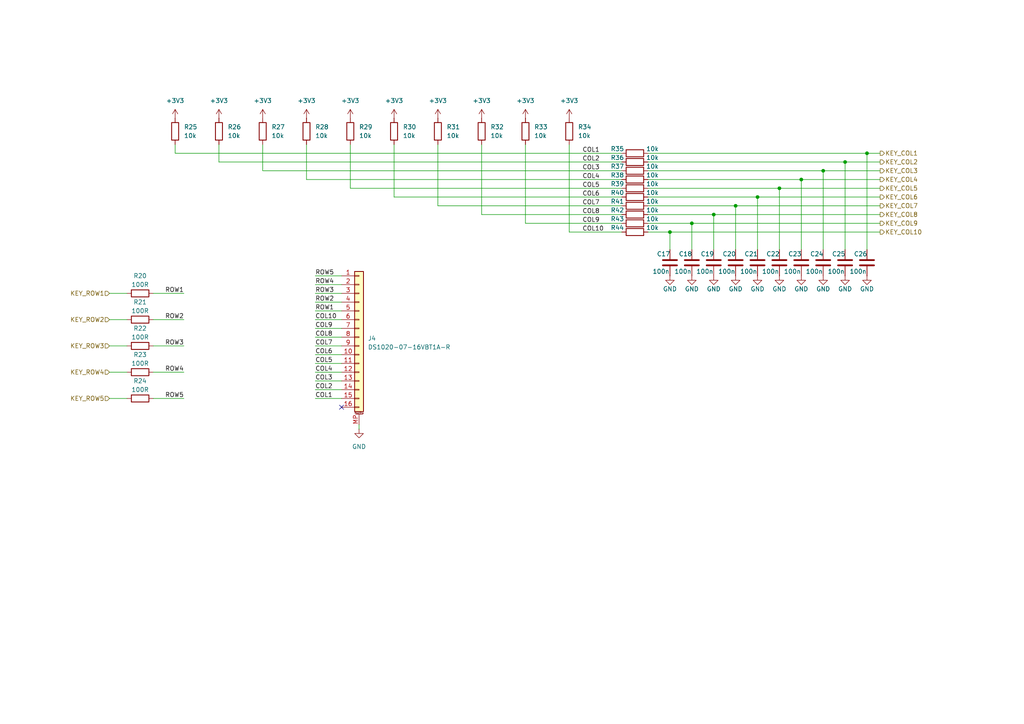
<source format=kicad_sch>
(kicad_sch (version 20250114) (generator "eeschema") (generator_version "9.0")
  (paper "A4")
  (title_block (title "EtherPointer mcu") (date "2025-02-15") (rev "RC1") (company "Bart's Design") (comment 1 "Bartosz Pracz"))
  (lib_symbols
    (symbol "Connector_Generic_MountingPin:Conn_01x16_MountingPin" (pin_names (offset 1.016) (hide yes))
      (property "Reference" "J" (at 0 20.32 0))
      (property "Value" "Conn_01x16_MountingPin" (at 1.27 -22.86 0))
      (symbol "Conn_01x16_MountingPin_1_1"
        (rectangle (start -1.27 19.05) (end 1.27 -21.59) (stroke (width 0.254)) (fill (type background)))
        (rectangle (start -1.27 17.907) (end 0 17.653) (stroke (width 0.1524)))
        (rectangle (start -1.27 15.367) (end 0 15.113) (stroke (width 0.1524)))
        (rectangle (start -1.27 12.827) (end 0 12.573) (stroke (width 0.1524)))
        (rectangle (start -1.27 10.287) (end 0 10.033) (stroke (width 0.1524)))
        (rectangle (start -1.27 7.747) (end 0 7.493) (stroke (width 0.1524)))
        (rectangle (start -1.27 5.207) (end 0 4.953) (stroke (width 0.1524)))
        (rectangle (start -1.27 2.667) (end 0 2.413) (stroke (width 0.1524)))
        (rectangle (start -1.27 0.127) (end 0 -0.127) (stroke (width 0.1524)))
        (rectangle (start -1.27 -2.413) (end 0 -2.667) (stroke (width 0.1524)))
        (rectangle (start -1.27 -4.953) (end 0 -5.207) (stroke (width 0.1524)))
        (rectangle (start -1.27 -7.493) (end 0 -7.747) (stroke (width 0.1524)))
        (rectangle (start -1.27 -10.033) (end 0 -10.287) (stroke (width 0.1524)))
        (rectangle (start -1.27 -12.573) (end 0 -12.827) (stroke (width 0.1524)))
        (rectangle (start -1.27 -15.113) (end 0 -15.367) (stroke (width 0.1524)))
        (rectangle (start -1.27 -17.653) (end 0 -17.907) (stroke (width 0.1524)))
        (rectangle (start -1.27 -20.193) (end 0 -20.447) (stroke (width 0.1524)))
        (polyline (pts (xy -1.016 -22.352) (xy 1.016 -22.352)) (stroke (width 0.1524)))
        (text "Mounting" (at 0 -21.971 0) (effects (font (size 0.381 0.381))))
        (pin passive line (at -5.08 17.78 0) (length 3.81) (name "Pin_1") (number "1"))
        (pin passive line (at -5.08 15.24 0) (length 3.81) (name "Pin_2") (number "2"))
        (pin passive line (at -5.08 12.7 0) (length 3.81) (name "Pin_3") (number "3"))
        (pin passive line (at -5.08 10.16 0) (length 3.81) (name "Pin_4") (number "4"))
        (pin passive line (at -5.08 7.62 0) (length 3.81) (name "Pin_5") (number "5"))
        (pin passive line (at -5.08 5.08 0) (length 3.81) (name "Pin_6") (number "6"))
        (pin passive line (at -5.08 2.54 0) (length 3.81) (name "Pin_7") (number "7"))
        (pin passive line (at -5.08 0 0) (length 3.81) (name "Pin_8") (number "8"))
        (pin passive line (at -5.08 -2.54 0) (length 3.81) (name "Pin_9") (number "9"))
        (pin passive line (at -5.08 -5.08 0) (length 3.81) (name "Pin_10") (number "10"))
        (pin passive line (at -5.08 -7.62 0) (length 3.81) (name "Pin_11") (number "11"))
        (pin passive line (at -5.08 -10.16 0) (length 3.81) (name "Pin_12") (number "12"))
        (pin passive line (at -5.08 -12.7 0) (length 3.81) (name "Pin_13") (number "13"))
        (pin passive line (at -5.08 -15.24 0) (length 3.81) (name "Pin_14") (number "14"))
        (pin passive line (at -5.08 -17.78 0) (length 3.81) (name "Pin_15") (number "15"))
        (pin passive line (at -5.08 -20.32 0) (length 3.81) (name "Pin_16") (number "16"))
        (pin passive line (at 0 -25.4 90) (length 3.048) (name "MountPin") (number "MP"))
      )
    )
    (symbol "Device:C" (pin_numbers (hide yes)) (pin_names (offset 0.254))
      (property "Reference" "C" (at 0.635 2.54 0))
      (property "Value" "C" (at 0.635 -2.54 0))
      (symbol "C_0_1"
        (polyline (pts (xy -2.032 0.762) (xy 2.032 0.762)) (stroke (width 0.508)))
        (polyline (pts (xy -2.032 -0.762) (xy 2.032 -0.762)) (stroke (width 0.508)))
      )
      (symbol "C_1_1"
        (pin passive line (at 0 3.81 270) (length 2.794) (name "~") (number "1"))
        (pin passive line (at 0 -3.81 90) (length 2.794) (name "~") (number "2"))
      )
    )
    (symbol "Device:R" (pin_numbers (hide yes)) (pin_names (offset 0))
      (property "Reference" "R" (at 2.032 0 90))
      (property "Value" "R" (at 0 0 90))
      (symbol "R_0_1"
        (rectangle (start -1.016 -2.54) (end 1.016 2.54) (stroke (width 0.254)))
      )
      (symbol "R_1_1"
        (pin passive line (at 0 3.81 270) (length 1.27) (name "~") (number "1"))
        (pin passive line (at 0 -3.81 90) (length 1.27) (name "~") (number "2"))
      )
    )
    (symbol "power:+3V3" (power) (pin_numbers (hide yes)) (pin_names (offset 0) (hide yes))
      (property "Value" "+3V3" (at 0 3.556 0))
      (symbol "+3V3_0_1"
        (polyline (pts (xy -0.762 1.27) (xy 0 2.54)))
        (polyline (pts (xy 0 2.54) (xy 0.762 1.27)))
        (polyline (pts (xy 0 0) (xy 0 2.54)))
      )
      (symbol "+3V3_1_1"
        (pin power_in line (at 0 0 90) (length 0) (name "~") (number "1"))
      )
    )
    (symbol "power:GND" (power) (pin_numbers (hide yes)) (pin_names (offset 0) (hide yes))
      (property "Value" "GND" (at 0 -3.81 0))
      (symbol "GND_0_1"
        (polyline (pts (xy 0 0) (xy 0 -1.27) (xy 1.27 -1.27) (xy 0 -2.54) (xy -1.27 -1.27) (xy 0 -1.27)))
      )
      (symbol "GND_1_1"
        (pin power_in line (at 0 0 270) (length 0) (name "~") (number "1"))
      )
    )
  )
  (junction (at 226.06 54.61))
  (junction (at 213.36 59.69))
  (junction (at 232.41 52.07))
  (junction (at 219.71 57.15))
  (junction (at 245.11 46.99))
  (junction (at 238.76 49.53))
  (junction (at 207.01 62.23))
  (junction (at 200.66 64.77))
  (junction (at 251.46 44.45))
  (junction (at 194.31 67.31))
  (no_connect (at 99.06 118.11))
  (wire (pts (xy 127 59.69) (xy 180.34 59.69)))
  (wire (pts (xy 88.9 52.07) (xy 180.34 52.07)))
  (wire (pts (xy 91.44 115.57) (xy 99.06 115.57)))
  (wire (pts (xy 219.71 57.15) (xy 255.27 57.15)))
  (wire (pts (xy 238.76 49.53) (xy 255.27 49.53)))
  (wire (pts (xy 101.6 54.61) (xy 180.34 54.61)))
  (wire (pts (xy 91.44 85.09) (xy 99.06 85.09)))
  (wire (pts (xy 200.66 64.77) (xy 200.66 72.39)))
  (wire (pts (xy 50.8 41.91) (xy 50.8 44.45)))
  (wire (pts (xy 91.44 107.95) (xy 99.06 107.95)))
  (wire (pts (xy 31.75 92.71) (xy 36.83 92.71)))
  (wire (pts (xy 91.44 105.41) (xy 99.06 105.41)))
  (wire (pts (xy 232.41 52.07) (xy 232.41 72.39)))
  (wire (pts (xy 44.45 100.33) (xy 53.34 100.33)))
  (wire (pts (xy 207.01 62.23) (xy 207.01 72.39)))
  (wire (pts (xy 91.44 100.33) (xy 99.06 100.33)))
  (wire (pts (xy 152.4 64.77) (xy 180.34 64.77)))
  (wire (pts (xy 207.01 62.23) (xy 255.27 62.23)))
  (wire (pts (xy 91.44 110.49) (xy 99.06 110.49)))
  (wire (pts (xy 76.2 49.53) (xy 180.34 49.53)))
  (wire (pts (xy 114.3 57.15) (xy 180.34 57.15)))
  (wire (pts (xy 76.2 41.91) (xy 76.2 49.53)))
  (wire (pts (xy 165.1 41.91) (xy 165.1 67.31)))
  (wire (pts (xy 50.8 44.45) (xy 180.34 44.45)))
  (wire (pts (xy 187.96 67.31) (xy 194.31 67.31)))
  (wire (pts (xy 44.45 85.09) (xy 53.34 85.09)))
  (wire (pts (xy 187.96 57.15) (xy 219.71 57.15)))
  (wire (pts (xy 91.44 87.63) (xy 99.06 87.63)))
  (wire (pts (xy 187.96 46.99) (xy 245.11 46.99)))
  (wire (pts (xy 213.36 59.69) (xy 255.27 59.69)))
  (wire (pts (xy 139.7 62.23) (xy 180.34 62.23)))
  (wire (pts (xy 187.96 54.61) (xy 226.06 54.61)))
  (wire (pts (xy 63.5 46.99) (xy 180.34 46.99)))
  (wire (pts (xy 152.4 41.91) (xy 152.4 64.77)))
  (wire (pts (xy 44.45 92.71) (xy 53.34 92.71)))
  (wire (pts (xy 127 41.91) (xy 127 59.69)))
  (wire (pts (xy 219.71 57.15) (xy 219.71 72.39)))
  (wire (pts (xy 91.44 80.01) (xy 99.06 80.01)))
  (wire (pts (xy 44.45 107.95) (xy 53.34 107.95)))
  (wire (pts (xy 251.46 44.45) (xy 255.27 44.45)))
  (wire (pts (xy 200.66 64.77) (xy 255.27 64.77)))
  (wire (pts (xy 91.44 97.79) (xy 99.06 97.79)))
  (wire (pts (xy 104.14 124.46) (xy 104.14 123.19)))
  (wire (pts (xy 187.96 59.69) (xy 213.36 59.69)))
  (wire (pts (xy 88.9 41.91) (xy 88.9 52.07)))
  (wire (pts (xy 101.6 41.91) (xy 101.6 54.61)))
  (wire (pts (xy 114.3 41.91) (xy 114.3 57.15)))
  (wire (pts (xy 31.75 85.09) (xy 36.83 85.09)))
  (wire (pts (xy 91.44 82.55) (xy 99.06 82.55)))
  (wire (pts (xy 63.5 41.91) (xy 63.5 46.99)))
  (wire (pts (xy 213.36 59.69) (xy 213.36 72.39)))
  (wire (pts (xy 251.46 44.45) (xy 251.46 72.39)))
  (wire (pts (xy 139.7 41.91) (xy 139.7 62.23)))
  (wire (pts (xy 187.96 64.77) (xy 200.66 64.77)))
  (wire (pts (xy 91.44 95.25) (xy 99.06 95.25)))
  (wire (pts (xy 194.31 67.31) (xy 255.27 67.31)))
  (wire (pts (xy 187.96 52.07) (xy 232.41 52.07)))
  (wire (pts (xy 44.45 115.57) (xy 53.34 115.57)))
  (wire (pts (xy 238.76 49.53) (xy 238.76 72.39)))
  (wire (pts (xy 226.06 54.61) (xy 255.27 54.61)))
  (wire (pts (xy 91.44 113.03) (xy 99.06 113.03)))
  (wire (pts (xy 245.11 46.99) (xy 245.11 72.39)))
  (wire (pts (xy 31.75 107.95) (xy 36.83 107.95)))
  (wire (pts (xy 91.44 102.87) (xy 99.06 102.87)))
  (wire (pts (xy 245.11 46.99) (xy 255.27 46.99)))
  (wire (pts (xy 226.06 54.61) (xy 226.06 72.39)))
  (wire (pts (xy 187.96 62.23) (xy 207.01 62.23)))
  (wire (pts (xy 232.41 52.07) (xy 255.27 52.07)))
  (wire (pts (xy 31.75 100.33) (xy 36.83 100.33)))
  (wire (pts (xy 194.31 67.31) (xy 194.31 72.39)))
  (wire (pts (xy 31.75 115.57) (xy 36.83 115.57)))
  (wire (pts (xy 165.1 67.31) (xy 180.34 67.31)))
  (wire (pts (xy 187.96 49.53) (xy 238.76 49.53)))
  (wire (pts (xy 91.44 90.17) (xy 99.06 90.17)))
  (wire (pts (xy 187.96 44.45) (xy 251.46 44.45)))
  (wire (pts (xy 91.44 92.71) (xy 99.06 92.71)))
  (label "COL7" (at 168.91 59.69 0))
  (label "COL6" (at 91.44 102.87 0))
  (label "ROW5" (at 91.44 80.01 0))
  (label "COL4" (at 168.91 52.07 0))
  (label "COL2" (at 91.44 113.03 0))
  (label "COL6" (at 168.91 57.15 0))
  (label "ROW2" (at 91.44 87.63 0))
  (label "COL3" (at 168.91 49.53 0))
  (label "COL4" (at 91.44 107.95 0))
  (label "COL8" (at 168.91 62.23 0))
  (label "COL10" (at 91.44 92.71 0))
  (label "COL7" (at 91.44 100.33 0))
  (label "COL1" (at 168.91 44.45 0))
  (label "COL9" (at 91.44 95.25 0))
  (label "COL1" (at 91.44 115.57 0))
  (label "COL5" (at 91.44 105.41 0))
  (label "ROW5" (at 53.34 115.57 180))
  (label "ROW1" (at 53.34 85.09 180))
  (label "COL10" (at 168.91 67.31 0))
  (label "COL8" (at 91.44 97.79 0))
  (label "ROW4" (at 53.34 107.95 180))
  (label "ROW4" (at 91.44 82.55 0))
  (label "COL9" (at 168.91 64.77 0))
  (label "ROW2" (at 53.34 92.71 180))
  (label "ROW3" (at 53.34 100.33 180))
  (label "COL2" (at 168.91 46.99 0))
  (label "COL3" (at 91.44 110.49 0))
  (label "ROW3" (at 91.44 85.09 0))
  (label "COL5" (at 168.91 54.61 0))
  (label "ROW1" (at 91.44 90.17 0))
  (hierarchical_label "KEY_COL2" (shape output) (at 255.27 46.99 0))
  (hierarchical_label "KEY_COL3" (shape output) (at 255.27 49.53 0))
  (hierarchical_label "KEY_COL4" (shape output) (at 255.27 52.07 0))
  (hierarchical_label "KEY_COL5" (shape output) (at 255.27 54.61 0))
  (hierarchical_label "KEY_COL10" (shape output) (at 255.27 67.31 0))
  (hierarchical_label "KEY_ROW5" (shape input) (at 31.75 115.57 180))
  (hierarchical_label "KEY_COL9" (shape output) (at 255.27 64.77 0))
  (hierarchical_label "KEY_COL8" (shape output) (at 255.27 62.23 0))
  (hierarchical_label "KEY_COL7" (shape output) (at 255.27 59.69 0))
  (hierarchical_label "KEY_COL6" (shape output) (at 255.27 57.15 0))
  (hierarchical_label "KEY_ROW1" (shape input) (at 31.75 85.09 180))
  (hierarchical_label "KEY_COL1" (shape output) (at 255.27 44.45 0))
  (hierarchical_label "KEY_ROW4" (shape input) (at 31.75 107.95 180))
  (hierarchical_label "KEY_ROW2" (shape input) (at 31.75 92.71 180))
  (hierarchical_label "KEY_ROW3" (shape input) (at 31.75 100.33 180))
  (symbol (lib_id "Device:R") (at 184.15 44.45 90) (unit 1)
    (property "Reference" "R35" (at 179.07 43.18 90))
    (property "Value" "10k" (at 189.23 43.18 90))
    (property "Footprint" "Resistor_SMD:R_0603_1608Metric" (effects (hide yes)))
    (property "Description" "Resistor" (effects (hide yes)))
  )
  (symbol (lib_id "power:+3V3") (at 50.8 34.29 0) (unit 1)
    (property "Reference" "#PWR047" (effects (hide yes)))
    (property "Value" "+3V3" (at 50.8 29.21 0))
    (property "Description" "Power symbol creates a global label with name \"+3V3\"" (effects (hide yes)))
  )
  (symbol (lib_id "Device:R") (at 184.15 52.07 90) (unit 1)
    (property "Reference" "R38" (at 179.07 50.8 90))
    (property "Value" "10k" (at 189.23 50.8 90))
    (property "Footprint" "Resistor_SMD:R_0603_1608Metric" (effects (hide yes)))
    (property "Description" "Resistor" (effects (hide yes)))
  )
  (symbol (lib_id "Device:R") (at 88.9 38.1 0) (unit 1)
    (property "Reference" "R28" (at 91.44 36.8299 0) (effects (justify left)))
    (property "Value" "10k" (at 91.44 39.3699 0) (effects (justify left)))
    (property "Footprint" "Resistor_SMD:R_0603_1608Metric" (effects (hide yes)))
    (property "Description" "Resistor" (effects (hide yes)))
  )
  (symbol (lib_id "power:+3V3") (at 152.4 34.29 0) (unit 1)
    (property "Reference" "#PWR056" (effects (hide yes)))
    (property "Value" "+3V3" (at 152.4 29.21 0))
    (property "Description" "Power symbol creates a global label with name \"+3V3\"" (effects (hide yes)))
  )
  (symbol (lib_id "power:GND") (at 104.14 124.46 0) (unit 1)
    (property "Reference" "#PWR052" (effects (hide yes)))
    (property "Value" "GND" (at 104.14 129.54 0))
    (property "Description" "Power symbol creates a global label with name \"GND\" , ground" (effects (hide yes)))
  )
  (symbol (lib_id "power:GND") (at 207.01 80.01 0) (unit 1)
    (property "Reference" "#PWR060" (effects (hide yes)))
    (property "Value" "GND" (at 207.01 83.82 0))
    (property "Description" "Power symbol creates a global label with name \"GND\" , ground" (effects (hide yes)))
  )
  (symbol (lib_id "Device:C") (at 238.76 76.2 0) (unit 1)
    (property "Reference" "C24" (at 234.95 73.66 0) (effects (justify left)))
    (property "Value" "100n" (at 233.68 78.74 0) (effects (justify left)))
    (property "Footprint" "Capacitor_SMD:C_0603_1608Metric" (effects (hide yes)))
    (property "Description" "Unpolarized capacitor" (effects (hide yes)))
  )
  (symbol (lib_id "Device:R") (at 40.64 107.95 90) (unit 1)
    (property "Reference" "R23" (at 40.64 102.87 90))
    (property "Value" "100R" (at 40.64 105.41 90))
    (property "Footprint" "Resistor_SMD:R_0603_1608Metric" (effects (hide yes)))
    (property "Description" "Resistor" (effects (hide yes)))
  )
  (symbol (lib_id "Device:R") (at 114.3 38.1 0) (unit 1)
    (property "Reference" "R30" (at 116.84 36.8299 0) (effects (justify left)))
    (property "Value" "10k" (at 116.84 39.3699 0) (effects (justify left)))
    (property "Footprint" "Resistor_SMD:R_0603_1608Metric" (effects (hide yes)))
    (property "Description" "Resistor" (effects (hide yes)))
  )
  (symbol (lib_id "Device:R") (at 40.64 100.33 90) (unit 1)
    (property "Reference" "R22" (at 40.64 95.25 90))
    (property "Value" "100R" (at 40.64 97.79 90))
    (property "Footprint" "Resistor_SMD:R_0603_1608Metric" (effects (hide yes)))
    (property "Description" "Resistor" (effects (hide yes)))
  )
  (symbol (lib_id "power:+3V3") (at 114.3 34.29 0) (unit 1)
    (property "Reference" "#PWR053" (effects (hide yes)))
    (property "Value" "+3V3" (at 114.3 29.21 0))
    (property "Description" "Power symbol creates a global label with name \"+3V3\"" (effects (hide yes)))
  )
  (symbol (lib_id "Device:C") (at 251.46 76.2 0) (unit 1)
    (property "Reference" "C26" (at 247.65 73.66 0) (effects (justify left)))
    (property "Value" "100n" (at 246.38 78.74 0) (effects (justify left)))
    (property "Footprint" "Capacitor_SMD:C_0603_1608Metric" (effects (hide yes)))
    (property "Description" "Unpolarized capacitor" (effects (hide yes)))
  )
  (symbol (lib_id "Device:C") (at 194.31 76.2 0) (unit 1)
    (property "Reference" "C17" (at 190.5 73.66 0) (effects (justify left)))
    (property "Value" "100n" (at 189.23 78.74 0) (effects (justify left)))
    (property "Footprint" "Capacitor_SMD:C_0603_1608Metric" (effects (hide yes)))
    (property "Description" "Unpolarized capacitor" (effects (hide yes)))
  )
  (symbol (lib_id "Device:C") (at 213.36 76.2 0) (unit 1)
    (property "Reference" "C20" (at 209.55 73.66 0) (effects (justify left)))
    (property "Value" "100n" (at 208.28 78.74 0) (effects (justify left)))
    (property "Footprint" "Capacitor_SMD:C_0603_1608Metric" (effects (hide yes)))
    (property "Description" "Unpolarized capacitor" (effects (hide yes)))
  )
  (symbol (lib_id "power:GND") (at 238.76 80.01 0) (unit 1)
    (property "Reference" "#PWR065" (effects (hide yes)))
    (property "Value" "GND" (at 238.76 83.82 0))
    (property "Description" "Power symbol creates a global label with name \"GND\" , ground" (effects (hide yes)))
  )
  (symbol (lib_id "Device:C") (at 245.11 76.2 0) (unit 1)
    (property "Reference" "C25" (at 241.3 73.66 0) (effects (justify left)))
    (property "Value" "100n" (at 240.03 78.74 0) (effects (justify left)))
    (property "Footprint" "Capacitor_SMD:C_0603_1608Metric" (effects (hide yes)))
    (property "Description" "Unpolarized capacitor" (effects (hide yes)))
  )
  (symbol (lib_id "Device:R") (at 76.2 38.1 0) (unit 1)
    (property "Reference" "R27" (at 78.74 36.8299 0) (effects (justify left)))
    (property "Value" "10k" (at 78.74 39.3699 0) (effects (justify left)))
    (property "Footprint" "Resistor_SMD:R_0603_1608Metric" (effects (hide yes)))
    (property "Description" "Resistor" (effects (hide yes)))
  )
  (symbol (lib_id "Device:R") (at 184.15 49.53 90) (unit 1)
    (property "Reference" "R37" (at 179.07 48.26 90))
    (property "Value" "10k" (at 189.23 48.26 90))
    (property "Footprint" "Resistor_SMD:R_0603_1608Metric" (effects (hide yes)))
    (property "Description" "Resistor" (effects (hide yes)))
  )
  (symbol (lib_id "power:GND") (at 194.31 80.01 0) (unit 1)
    (property "Reference" "#PWR058" (effects (hide yes)))
    (property "Value" "GND" (at 194.31 83.82 0))
    (property "Description" "Power symbol creates a global label with name \"GND\" , ground" (effects (hide yes)))
  )
  (symbol (lib_id "Device:R") (at 184.15 62.23 90) (unit 1)
    (property "Reference" "R42" (at 179.07 60.96 90))
    (property "Value" "10k" (at 189.23 60.96 90))
    (property "Footprint" "Resistor_SMD:R_0603_1608Metric" (effects (hide yes)))
    (property "Description" "Resistor" (effects (hide yes)))
  )
  (symbol (lib_id "Device:C") (at 207.01 76.2 0) (unit 1)
    (property "Reference" "C19" (at 203.2 73.66 0) (effects (justify left)))
    (property "Value" "100n" (at 201.93 78.74 0) (effects (justify left)))
    (property "Footprint" "Capacitor_SMD:C_0603_1608Metric" (effects (hide yes)))
    (property "Description" "Unpolarized capacitor" (effects (hide yes)))
  )
  (symbol (lib_id "power:+3V3") (at 76.2 34.29 0) (unit 1)
    (property "Reference" "#PWR049" (effects (hide yes)))
    (property "Value" "+3V3" (at 76.2 29.21 0))
    (property "Description" "Power symbol creates a global label with name \"+3V3\"" (effects (hide yes)))
  )
  (symbol (lib_id "Device:R") (at 184.15 67.31 90) (unit 1)
    (property "Reference" "R44" (at 179.07 66.04 90))
    (property "Value" "10k" (at 189.23 66.04 90))
    (property "Footprint" "Resistor_SMD:R_0603_1608Metric" (effects (hide yes)))
    (property "Description" "Resistor" (effects (hide yes)))
  )
  (symbol (lib_id "Device:C") (at 226.06 76.2 0) (unit 1)
    (property "Reference" "C22" (at 222.25 73.66 0) (effects (justify left)))
    (property "Value" "100n" (at 220.98 78.74 0) (effects (justify left)))
    (property "Footprint" "Capacitor_SMD:C_0603_1608Metric" (effects (hide yes)))
    (property "Description" "Unpolarized capacitor" (effects (hide yes)))
  )
  (symbol (lib_id "Device:R") (at 184.15 59.69 90) (unit 1)
    (property "Reference" "R41" (at 179.07 58.42 90))
    (property "Value" "10k" (at 189.23 58.42 90))
    (property "Footprint" "Resistor_SMD:R_0603_1608Metric" (effects (hide yes)))
    (property "Description" "Resistor" (effects (hide yes)))
  )
  (symbol (lib_id "Device:C") (at 219.71 76.2 0) (unit 1)
    (property "Reference" "C21" (at 215.9 73.66 0) (effects (justify left)))
    (property "Value" "100n" (at 214.63 78.74 0) (effects (justify left)))
    (property "Footprint" "Capacitor_SMD:C_0603_1608Metric" (effects (hide yes)))
    (property "Description" "Unpolarized capacitor" (effects (hide yes)))
  )
  (symbol (lib_id "Device:R") (at 152.4 38.1 0) (unit 1)
    (property "Reference" "R33" (at 154.94 36.8299 0) (effects (justify left)))
    (property "Value" "10k" (at 154.94 39.3699 0) (effects (justify left)))
    (property "Footprint" "Resistor_SMD:R_0603_1608Metric" (effects (hide yes)))
    (property "Description" "Resistor" (effects (hide yes)))
  )
  (symbol (lib_id "power:GND") (at 232.41 80.01 0) (unit 1)
    (property "Reference" "#PWR064" (effects (hide yes)))
    (property "Value" "GND" (at 232.41 83.82 0))
    (property "Description" "Power symbol creates a global label with name \"GND\" , ground" (effects (hide yes)))
  )
  (symbol (lib_id "Device:R") (at 139.7 38.1 0) (unit 1)
    (property "Reference" "R32" (at 142.24 36.8299 0) (effects (justify left)))
    (property "Value" "10k" (at 142.24 39.3699 0) (effects (justify left)))
    (property "Footprint" "Resistor_SMD:R_0603_1608Metric" (effects (hide yes)))
    (property "Description" "Resistor" (effects (hide yes)))
  )
  (symbol (lib_id "power:+3V3") (at 139.7 34.29 0) (unit 1)
    (property "Reference" "#PWR055" (effects (hide yes)))
    (property "Value" "+3V3" (at 139.7 29.21 0))
    (property "Description" "Power symbol creates a global label with name \"+3V3\"" (effects (hide yes)))
  )
  (symbol (lib_id "power:+3V3") (at 165.1 34.29 0) (unit 1)
    (property "Reference" "#PWR057" (effects (hide yes)))
    (property "Value" "+3V3" (at 165.1 29.21 0))
    (property "Description" "Power symbol creates a global label with name \"+3V3\"" (effects (hide yes)))
  )
  (symbol (lib_id "power:GND") (at 245.11 80.01 0) (unit 1)
    (property "Reference" "#PWR066" (effects (hide yes)))
    (property "Value" "GND" (at 245.11 83.82 0))
    (property "Description" "Power symbol creates a global label with name \"GND\" , ground" (effects (hide yes)))
  )
  (symbol (lib_id "Device:R") (at 184.15 64.77 90) (unit 1)
    (property "Reference" "R43" (at 179.07 63.5 90))
    (property "Value" "10k" (at 189.23 63.5 90))
    (property "Footprint" "Resistor_SMD:R_0603_1608Metric" (effects (hide yes)))
    (property "Description" "Resistor" (effects (hide yes)))
  )
  (symbol (lib_id "power:+3V3") (at 63.5 34.29 0) (unit 1)
    (property "Reference" "#PWR048" (effects (hide yes)))
    (property "Value" "+3V3" (at 63.5 29.21 0))
    (property "Description" "Power symbol creates a global label with name \"+3V3\"" (effects (hide yes)))
  )
  (symbol (lib_id "power:+3V3") (at 88.9 34.29 0) (unit 1)
    (property "Reference" "#PWR050" (effects (hide yes)))
    (property "Value" "+3V3" (at 88.9 29.21 0))
    (property "Description" "Power symbol creates a global label with name \"+3V3\"" (effects (hide yes)))
  )
  (symbol (lib_id "Device:C") (at 232.41 76.2 0) (unit 1)
    (property "Reference" "C23" (at 228.6 73.66 0) (effects (justify left)))
    (property "Value" "100n" (at 227.33 78.74 0) (effects (justify left)))
    (property "Footprint" "Capacitor_SMD:C_0603_1608Metric" (effects (hide yes)))
    (property "Description" "Unpolarized capacitor" (effects (hide yes)))
  )
  (symbol (lib_id "Device:R") (at 40.64 115.57 90) (unit 1)
    (property "Reference" "R24" (at 40.64 110.49 90))
    (property "Value" "100R" (at 40.64 113.03 90))
    (property "Footprint" "Resistor_SMD:R_0603_1608Metric" (effects (hide yes)))
    (property "Description" "Resistor" (effects (hide yes)))
  )
  (symbol (lib_id "Device:R") (at 50.8 38.1 0) (unit 1)
    (property "Reference" "R25" (at 53.34 36.8299 0) (effects (justify left)))
    (property "Value" "10k" (at 53.34 39.3699 0) (effects (justify left)))
    (property "Footprint" "Resistor_SMD:R_0603_1608Metric" (effects (hide yes)))
    (property "Description" "Resistor" (effects (hide yes)))
  )
  (symbol (lib_id "Device:R") (at 184.15 57.15 90) (unit 1)
    (property "Reference" "R40" (at 179.07 55.88 90))
    (property "Value" "10k" (at 189.23 55.88 90))
    (property "Footprint" "Resistor_SMD:R_0603_1608Metric" (effects (hide yes)))
    (property "Description" "Resistor" (effects (hide yes)))
  )
  (symbol (lib_id "power:GND") (at 219.71 80.01 0) (unit 1)
    (property "Reference" "#PWR062" (effects (hide yes)))
    (property "Value" "GND" (at 219.71 83.82 0))
    (property "Description" "Power symbol creates a global label with name \"GND\" , ground" (effects (hide yes)))
  )
  (symbol (lib_id "power:+3V3") (at 101.6 34.29 0) (unit 1)
    (property "Reference" "#PWR051" (effects (hide yes)))
    (property "Value" "+3V3" (at 101.6 29.21 0))
    (property "Description" "Power symbol creates a global label with name \"+3V3\"" (effects (hide yes)))
  )
  (symbol (lib_id "power:GND") (at 213.36 80.01 0) (unit 1)
    (property "Reference" "#PWR061" (effects (hide yes)))
    (property "Value" "GND" (at 213.36 83.82 0))
    (property "Description" "Power symbol creates a global label with name \"GND\" , ground" (effects (hide yes)))
  )
  (symbol (lib_id "Device:R") (at 40.64 85.09 90) (unit 1)
    (property "Reference" "R20" (at 40.64 80.01 90))
    (property "Value" "100R" (at 40.64 82.55 90))
    (property "Footprint" "Resistor_SMD:R_0603_1608Metric" (effects (hide yes)))
    (property "Description" "Resistor" (effects (hide yes)))
  )
  (symbol (lib_id "Device:R") (at 101.6 38.1 0) (unit 1)
    (property "Reference" "R29" (at 104.14 36.8299 0) (effects (justify left)))
    (property "Value" "10k" (at 104.14 39.3699 0) (effects (justify left)))
    (property "Footprint" "Resistor_SMD:R_0603_1608Metric" (effects (hide yes)))
    (property "Description" "Resistor" (effects (hide yes)))
  )
  (symbol (lib_id "power:GND") (at 226.06 80.01 0) (unit 1)
    (property "Reference" "#PWR063" (effects (hide yes)))
    (property "Value" "GND" (at 226.06 83.82 0))
    (property "Description" "Power symbol creates a global label with name \"GND\" , ground" (effects (hide yes)))
  )
  (symbol (lib_id "Device:R") (at 184.15 54.61 90) (unit 1)
    (property "Reference" "R39" (at 179.07 53.34 90))
    (property "Value" "10k" (at 189.23 53.34 90))
    (property "Footprint" "Resistor_SMD:R_0603_1608Metric" (effects (hide yes)))
    (property "Description" "Resistor" (effects (hide yes)))
  )
  (symbol (lib_id "Device:R") (at 184.15 46.99 90) (unit 1)
    (property "Reference" "R36" (at 179.07 45.72 90))
    (property "Value" "10k" (at 189.23 45.72 90))
    (property "Footprint" "Resistor_SMD:R_0603_1608Metric" (effects (hide yes)))
    (property "Description" "Resistor" (effects (hide yes)))
  )
  (symbol (lib_id "Device:R") (at 127 38.1 0) (unit 1)
    (property "Reference" "R31" (at 129.54 36.8299 0) (effects (justify left)))
    (property "Value" "10k" (at 129.54 39.3699 0) (effects (justify left)))
    (property "Footprint" "Resistor_SMD:R_0603_1608Metric" (effects (hide yes)))
    (property "Description" "Resistor" (effects (hide yes)))
  )
  (symbol (lib_id "Device:R") (at 165.1 38.1 0) (unit 1)
    (property "Reference" "R34" (at 167.64 36.8299 0) (effects (justify left)))
    (property "Value" "10k" (at 167.64 39.3699 0) (effects (justify left)))
    (property "Footprint" "Resistor_SMD:R_0603_1608Metric" (effects (hide yes)))
    (property "Description" "Resistor" (effects (hide yes)))
  )
  (symbol (lib_id "Connector_Generic_MountingPin:Conn_01x16_MountingPin") (at 104.14 97.79 0) (unit 1)
    (property "Reference" "J4" (at 106.68 98.1455 0) (effects (justify left)))
    (property "Value" "DS1020-07-16VBT1A-R" (at 106.68 100.6855 0) (effects (justify left)))
    (property "Footprint" "airMouseLib:DS1020-07-16VBT1A-R" (effects (hide yes)))
    (property "Description" "Generic connectable mounting pin connector, single row, 01x16, script generated (kicad-library-utils/schlib/autogen/connector/)" (effects (hide yes)))
  )
  (symbol (lib_id "power:GND") (at 200.66 80.01 0) (unit 1)
    (property "Reference" "#PWR059" (effects (hide yes)))
    (property "Value" "GND" (at 200.66 83.82 0))
    (property "Description" "Power symbol creates a global label with name \"GND\" , ground" (effects (hide yes)))
  )
  (symbol (lib_id "power:+3V3") (at 127 34.29 0) (unit 1)
    (property "Reference" "#PWR054" (effects (hide yes)))
    (property "Value" "+3V3" (at 127 29.21 0))
    (property "Description" "Power symbol creates a global label with name \"+3V3\"" (effects (hide yes)))
  )
  (symbol (lib_id "Device:R") (at 63.5 38.1 0) (unit 1)
    (property "Reference" "R26" (at 66.04 36.8299 0) (effects (justify left)))
    (property "Value" "10k" (at 66.04 39.3699 0) (effects (justify left)))
    (property "Footprint" "Resistor_SMD:R_0603_1608Metric" (effects (hide yes)))
    (property "Description" "Resistor" (effects (hide yes)))
  )
  (symbol (lib_id "Device:C") (at 200.66 76.2 0) (unit 1)
    (property "Reference" "C18" (at 196.85 73.66 0) (effects (justify left)))
    (property "Value" "100n" (at 195.58 78.74 0) (effects (justify left)))
    (property "Footprint" "Capacitor_SMD:C_0603_1608Metric" (effects (hide yes)))
    (property "Description" "Unpolarized capacitor" (effects (hide yes)))
  )
  (symbol (lib_id "Device:R") (at 40.64 92.71 90) (unit 1)
    (property "Reference" "R21" (at 40.64 87.63 90))
    (property "Value" "100R" (at 40.64 90.17 90))
    (property "Footprint" "Resistor_SMD:R_0603_1608Metric" (effects (hide yes)))
    (property "Description" "Resistor" (effects (hide yes)))
  )
  (symbol (lib_id "power:GND") (at 251.46 80.01 0) (unit 1)
    (property "Reference" "#PWR067" (effects (hide yes)))
    (property "Value" "GND" (at 251.46 83.82 0))
    (property "Description" "Power symbol creates a global label with name \"GND\" , ground" (effects (hide yes)))
  )
)
</source>
